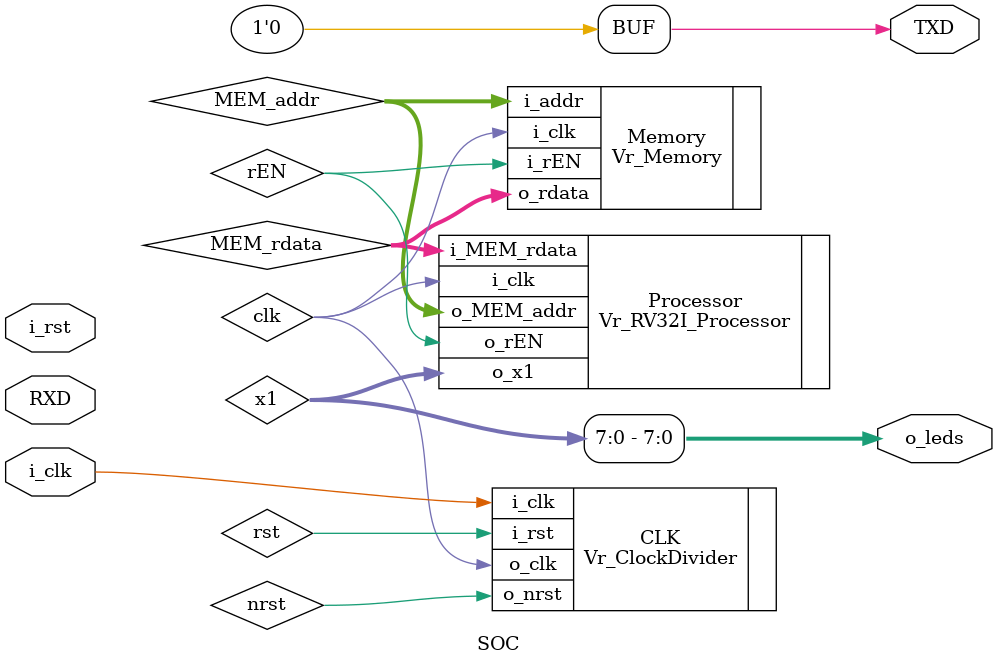
<source format=v>
`include "Vr_CLockDivider.v"
`include "Vr_Memory.v"
`include "Vr_RV32I_Processor.v"


module SOC #(parameter N = 32, M = 5, LEDS = 8) (
    input  i_clk,        
    input  i_rst,      
    output [LEDS-1:0] o_leds, 
    input  RXD,        
    output TXD         
);

    // Processor 
    Vr_RV32I_Processor Processor (
        .i_clk(clk),
        .i_MEM_rdata(MEM_rdata),
        .o_MEM_addr(MEM_addr),
        .o_rEN(rEN),
        .o_x1(x1)
    );

    //
    wire rEN;
    wire [31:0] MEM_rdata, MEM_addr, x1;
    //

    // RAM
    Vr_Memory Memory (
        .i_addr(MEM_addr),
        .i_clk(clk),
        .i_rEN(rEN),
        .o_rdata(MEM_rdata)
    );

    // ClockDivider
    wire clk, nrst, rst;

    Vr_ClockDivider #(.DIV(20)) CLK (
        .o_clk(clk),
        .i_clk(i_clk),
        .i_rst(rst),
        .o_nrst(nrst)
    );

    // Leds
    assign o_leds = x1[LEDS-1:0];
    assign TXD  = 1'b0; // not used for now


    `ifdef TESTBENCH   
        always @(posedge clk) begin
            $display("x1 <= %b",o_leds);
        end
    `endif 

endmodule
</source>
